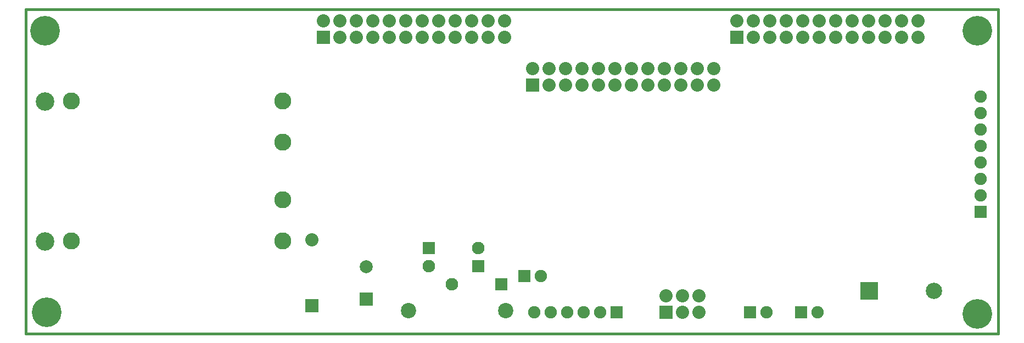
<source format=gbs>
G04 (created by PCBNEW-RS274X (2011-04-29 BZR 2986)-stable) date 5/31/2011 9:18:06 PM*
G01*
G70*
G90*
%MOIN*%
G04 Gerber Fmt 3.4, Leading zero omitted, Abs format*
%FSLAX34Y34*%
G04 APERTURE LIST*
%ADD10C,0.006000*%
%ADD11C,0.015000*%
%ADD12C,0.103500*%
%ADD13R,0.075000X0.075000*%
%ADD14C,0.075000*%
%ADD15C,0.093200*%
%ADD16R,0.080000X0.080000*%
%ADD17C,0.080000*%
%ADD18R,0.076000X0.076000*%
%ADD19C,0.076000*%
%ADD20R,0.079100X0.079100*%
%ADD21C,0.079100*%
%ADD22R,0.106600X0.106600*%
%ADD23C,0.098700*%
%ADD24C,0.180000*%
%ADD25C,0.112500*%
G04 APERTURE END LIST*
G54D10*
G54D11*
X64567Y-25591D02*
X64567Y-05906D01*
X05512Y-25591D02*
X64567Y-25591D01*
X05512Y-05906D02*
X05512Y-25591D01*
X05512Y-05906D02*
X64567Y-05906D01*
G54D12*
X08283Y-19952D03*
X21117Y-17452D03*
X21117Y-13948D03*
X21117Y-11448D03*
X08283Y-11448D03*
X21117Y-19952D03*
G54D13*
X63500Y-18200D03*
G54D14*
X63500Y-17200D03*
X63500Y-16200D03*
X63500Y-15200D03*
X63500Y-14200D03*
X63500Y-13200D03*
X63500Y-12200D03*
X63500Y-11200D03*
G54D13*
X41400Y-24300D03*
G54D14*
X40400Y-24300D03*
X39400Y-24300D03*
X38400Y-24300D03*
X37400Y-24300D03*
X36400Y-24300D03*
G54D13*
X49500Y-24300D03*
G54D14*
X50500Y-24300D03*
G54D13*
X52600Y-24300D03*
G54D14*
X53600Y-24300D03*
G54D15*
X34653Y-24200D03*
X28747Y-24200D03*
G54D16*
X44400Y-24300D03*
G54D17*
X44400Y-23300D03*
X45400Y-24300D03*
X45400Y-23300D03*
X46400Y-24300D03*
X46400Y-23300D03*
G54D16*
X22900Y-23900D03*
G54D17*
X22900Y-19900D03*
G54D18*
X30000Y-20400D03*
G54D19*
X33000Y-20400D03*
G54D18*
X33000Y-21500D03*
G54D19*
X30000Y-21500D03*
G54D18*
X34400Y-22600D03*
G54D19*
X31400Y-22600D03*
G54D20*
X26200Y-23484D03*
G54D21*
X26200Y-21516D03*
G54D13*
X35800Y-22100D03*
G54D14*
X36800Y-22100D03*
G54D16*
X23600Y-07600D03*
G54D17*
X23600Y-06600D03*
X24600Y-07600D03*
X24600Y-06600D03*
X25600Y-07600D03*
X25600Y-06600D03*
X26600Y-07600D03*
X26600Y-06600D03*
X27600Y-07600D03*
X27600Y-06600D03*
X28600Y-07600D03*
X28600Y-06600D03*
X29600Y-07600D03*
X29600Y-06600D03*
X30600Y-07600D03*
X30600Y-06600D03*
X31600Y-07600D03*
X31600Y-06600D03*
X32600Y-07600D03*
X32600Y-06600D03*
X33600Y-07600D03*
X33600Y-06600D03*
X34600Y-07600D03*
X34600Y-06600D03*
G54D16*
X36300Y-10500D03*
G54D17*
X36300Y-09500D03*
X37300Y-10500D03*
X37300Y-09500D03*
X38300Y-10500D03*
X38300Y-09500D03*
X39300Y-10500D03*
X39300Y-09500D03*
X40300Y-10500D03*
X40300Y-09500D03*
X41300Y-10500D03*
X41300Y-09500D03*
X42300Y-10500D03*
X42300Y-09500D03*
X43300Y-10500D03*
X43300Y-09500D03*
X44300Y-10500D03*
X44300Y-09500D03*
X45300Y-10500D03*
X45300Y-09500D03*
X46300Y-10500D03*
X46300Y-09500D03*
X47300Y-10500D03*
X47300Y-09500D03*
G54D16*
X48700Y-07600D03*
G54D17*
X48700Y-06600D03*
X49700Y-07600D03*
X49700Y-06600D03*
X50700Y-07600D03*
X50700Y-06600D03*
X51700Y-07600D03*
X51700Y-06600D03*
X52700Y-07600D03*
X52700Y-06600D03*
X53700Y-07600D03*
X53700Y-06600D03*
X54700Y-07600D03*
X54700Y-06600D03*
X55700Y-07600D03*
X55700Y-06600D03*
X56700Y-07600D03*
X56700Y-06600D03*
X57700Y-07600D03*
X57700Y-06600D03*
X58700Y-07600D03*
X58700Y-06600D03*
X59700Y-07600D03*
X59700Y-06600D03*
G54D22*
X56731Y-23000D03*
G54D23*
X60669Y-23000D03*
G54D24*
X63300Y-07200D03*
X63300Y-24400D03*
X06800Y-24300D03*
X06700Y-07200D03*
G54D25*
X06700Y-20000D03*
X06700Y-11500D03*
M02*

</source>
